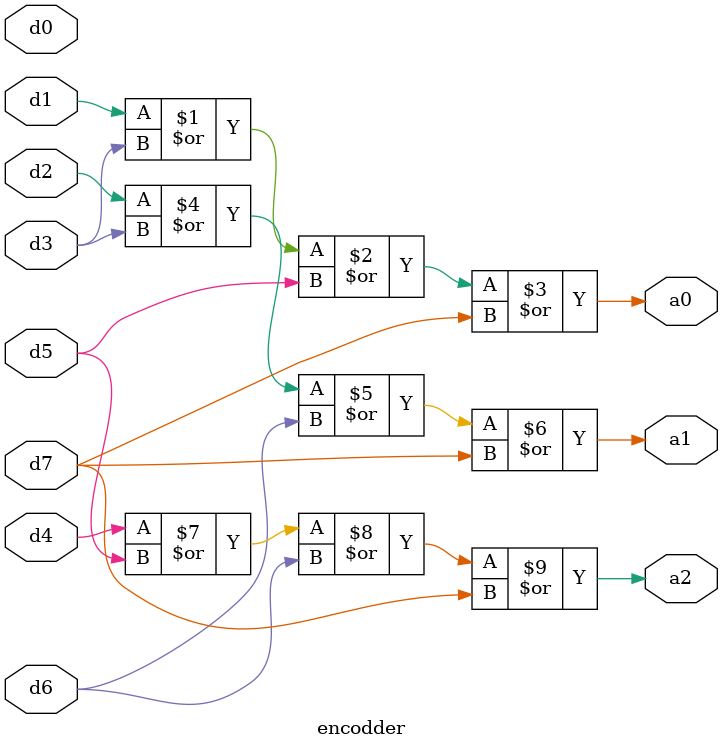
<source format=v>
module encodder(a0,a1,a2,d0,d1,d2,d3,d4,d5,d6,d7);
input d0,d1,d2,d3,d4,d5,d6,d7;
output a0,a1,a2;
assign a0 = d1|d3|d5|d7;
assign a1 =d2|d3|d6|d7;
assign a2 =d4|d5|d6|d7;
endmodule
</source>
